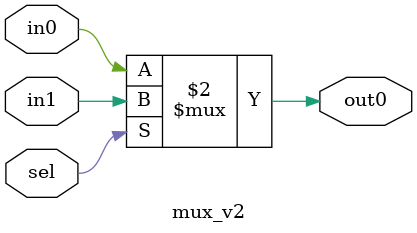
<source format=v>
module mux_v2(input wire in0,
				  input wire in1,
				  input wire sel,
				  output wire out0
				  );
assign out0 = (sel == 0) ? in0 : in1;
endmodule // mux_v2
</source>
